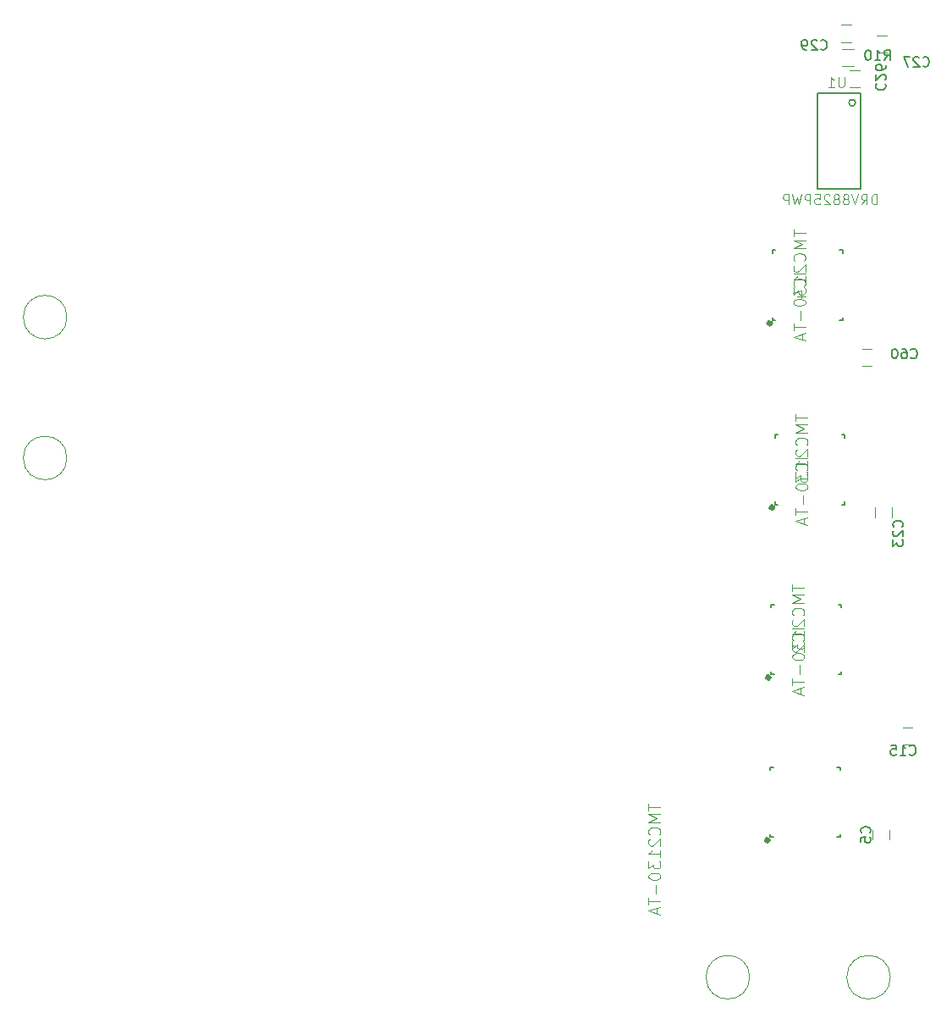
<source format=gbr>
%TF.GenerationSoftware,KiCad,Pcbnew,(5.0.0)*%
%TF.CreationDate,2018-08-10T17:36:06+10:00*%
%TF.ProjectId,MotorDriver,4D6F746F724472697665722E6B696361,rev?*%
%TF.SameCoordinates,Original*%
%TF.FileFunction,Legend,Bot*%
%TF.FilePolarity,Positive*%
%FSLAX46Y46*%
G04 Gerber Fmt 4.6, Leading zero omitted, Abs format (unit mm)*
G04 Created by KiCad (PCBNEW (5.0.0)) date 08/10/18 17:36:06*
%MOMM*%
%LPD*%
G01*
G04 APERTURE LIST*
%ADD10C,0.203200*%
%ADD11C,0.200000*%
%ADD12C,0.500000*%
%ADD13C,0.120000*%
%ADD14C,0.050000*%
%ADD15C,0.150000*%
G04 APERTURE END LIST*
D10*
X209890000Y-37610000D02*
X209890000Y-47210000D01*
X209890000Y-47210000D02*
X214190000Y-47210000D01*
X214190000Y-47210000D02*
X214190000Y-37610000D01*
X214190000Y-37610000D02*
X209890000Y-37610000D01*
X213665000Y-38585000D02*
G75*
G03X213665000Y-38585000I-325000J0D01*
G01*
D11*
X205135600Y-105008800D02*
X205435600Y-105008800D01*
X205135600Y-105308800D02*
X205135600Y-105008800D01*
X212135600Y-105008800D02*
X212135600Y-105308800D01*
X211835600Y-105008800D02*
X212135600Y-105008800D01*
X212135600Y-112008800D02*
X211835600Y-112008800D01*
X212135600Y-111708800D02*
X212135600Y-112008800D01*
X205135600Y-112008800D02*
X205135600Y-111708800D01*
X205435600Y-112008800D02*
X205135600Y-112008800D01*
D12*
X204935600Y-112308800D02*
G75*
G03X204935600Y-112308800I-100000J0D01*
G01*
D13*
X215400000Y-112250000D02*
X215400000Y-111250000D01*
X217100000Y-111250000D02*
X217100000Y-112250000D01*
X134768000Y-60016000D02*
G75*
G03X134768000Y-60016000I-2180000J0D01*
G01*
X134768000Y-74096000D02*
G75*
G03X134768000Y-74096000I-2180000J0D01*
G01*
D11*
X205250000Y-88750000D02*
X205550000Y-88750000D01*
X205250000Y-89050000D02*
X205250000Y-88750000D01*
X212250000Y-88750000D02*
X212250000Y-89050000D01*
X211950000Y-88750000D02*
X212250000Y-88750000D01*
X212250000Y-95750000D02*
X211950000Y-95750000D01*
X212250000Y-95450000D02*
X212250000Y-95750000D01*
X205250000Y-95750000D02*
X205250000Y-95450000D01*
X205550000Y-95750000D02*
X205250000Y-95750000D01*
D12*
X205050000Y-96050000D02*
G75*
G03X205050000Y-96050000I-100000J0D01*
G01*
D13*
X218384500Y-101004000D02*
X219384500Y-101004000D01*
X219384500Y-102704000D02*
X218384500Y-102704000D01*
X215621500Y-80065500D02*
X215621500Y-79065500D01*
X217321500Y-79065500D02*
X217321500Y-80065500D01*
X213090000Y-35330000D02*
X214090000Y-35330000D01*
X214090000Y-37030000D02*
X213090000Y-37030000D01*
X215781000Y-31890000D02*
X216781000Y-31890000D01*
X216781000Y-33590000D02*
X215781000Y-33590000D01*
X212250000Y-30810000D02*
X213250000Y-30810000D01*
X213250000Y-32510000D02*
X212250000Y-32510000D01*
X214320500Y-63158000D02*
X215320500Y-63158000D01*
X215320500Y-64858000D02*
X214320500Y-64858000D01*
D12*
X205400000Y-79050000D02*
G75*
G03X205400000Y-79050000I-100000J0D01*
G01*
D11*
X205900000Y-78750000D02*
X205600000Y-78750000D01*
X205600000Y-78750000D02*
X205600000Y-78450000D01*
X212600000Y-78450000D02*
X212600000Y-78750000D01*
X212600000Y-78750000D02*
X212300000Y-78750000D01*
X212300000Y-71750000D02*
X212600000Y-71750000D01*
X212600000Y-71750000D02*
X212600000Y-72050000D01*
X205600000Y-72050000D02*
X205600000Y-71750000D01*
X205600000Y-71750000D02*
X205900000Y-71750000D01*
D12*
X205175000Y-60625000D02*
G75*
G03X205175000Y-60625000I-100000J0D01*
G01*
D11*
X205675000Y-60325000D02*
X205375000Y-60325000D01*
X205375000Y-60325000D02*
X205375000Y-60025000D01*
X212375000Y-60025000D02*
X212375000Y-60325000D01*
X212375000Y-60325000D02*
X212075000Y-60325000D01*
X212075000Y-53325000D02*
X212375000Y-53325000D01*
X212375000Y-53325000D02*
X212375000Y-53625000D01*
X205375000Y-53625000D02*
X205375000Y-53325000D01*
X205375000Y-53325000D02*
X205675000Y-53325000D01*
D13*
X217160000Y-126000000D02*
G75*
G03X217160000Y-126000000I-2180000J0D01*
G01*
X203080000Y-126000000D02*
G75*
G03X203080000Y-126000000I-2180000J0D01*
G01*
X213490000Y-33200000D02*
X212290000Y-33200000D01*
X212290000Y-34960000D02*
X213490000Y-34960000D01*
D14*
X212537596Y-36018398D02*
X212537596Y-36829064D01*
X212489909Y-36924436D01*
X212442223Y-36972122D01*
X212346851Y-37019808D01*
X212156106Y-37019808D01*
X212060734Y-36972122D01*
X212013047Y-36924436D01*
X211965361Y-36829064D01*
X211965361Y-36018398D01*
X210963951Y-37019808D02*
X211536186Y-37019808D01*
X211250068Y-37019808D02*
X211250068Y-36018398D01*
X211345441Y-36161457D01*
X211440813Y-36256829D01*
X211536186Y-36304515D01*
X215819631Y-48749107D02*
X215819631Y-47745667D01*
X215580716Y-47745667D01*
X215437368Y-47793450D01*
X215341802Y-47889015D01*
X215294019Y-47984581D01*
X215246236Y-48175712D01*
X215246236Y-48319061D01*
X215294019Y-48510192D01*
X215341802Y-48605758D01*
X215437368Y-48701324D01*
X215580716Y-48749107D01*
X215819631Y-48749107D01*
X214242796Y-48749107D02*
X214577276Y-48271278D01*
X214816191Y-48749107D02*
X214816191Y-47745667D01*
X214433928Y-47745667D01*
X214338362Y-47793450D01*
X214290579Y-47841232D01*
X214242796Y-47936798D01*
X214242796Y-48080147D01*
X214290579Y-48175712D01*
X214338362Y-48223495D01*
X214433928Y-48271278D01*
X214816191Y-48271278D01*
X213956099Y-47745667D02*
X213621619Y-48749107D01*
X213287139Y-47745667D01*
X212809311Y-48175712D02*
X212904876Y-48127930D01*
X212952659Y-48080147D01*
X213000442Y-47984581D01*
X213000442Y-47936798D01*
X212952659Y-47841232D01*
X212904876Y-47793450D01*
X212809311Y-47745667D01*
X212618179Y-47745667D01*
X212522613Y-47793450D01*
X212474831Y-47841232D01*
X212427048Y-47936798D01*
X212427048Y-47984581D01*
X212474831Y-48080147D01*
X212522613Y-48127930D01*
X212618179Y-48175712D01*
X212809311Y-48175712D01*
X212904876Y-48223495D01*
X212952659Y-48271278D01*
X213000442Y-48366844D01*
X213000442Y-48557975D01*
X212952659Y-48653541D01*
X212904876Y-48701324D01*
X212809311Y-48749107D01*
X212618179Y-48749107D01*
X212522613Y-48701324D01*
X212474831Y-48653541D01*
X212427048Y-48557975D01*
X212427048Y-48366844D01*
X212474831Y-48271278D01*
X212522613Y-48223495D01*
X212618179Y-48175712D01*
X211853653Y-48175712D02*
X211949219Y-48127930D01*
X211997002Y-48080147D01*
X212044785Y-47984581D01*
X212044785Y-47936798D01*
X211997002Y-47841232D01*
X211949219Y-47793450D01*
X211853653Y-47745667D01*
X211662522Y-47745667D01*
X211566956Y-47793450D01*
X211519173Y-47841232D01*
X211471391Y-47936798D01*
X211471391Y-47984581D01*
X211519173Y-48080147D01*
X211566956Y-48127930D01*
X211662522Y-48175712D01*
X211853653Y-48175712D01*
X211949219Y-48223495D01*
X211997002Y-48271278D01*
X212044785Y-48366844D01*
X212044785Y-48557975D01*
X211997002Y-48653541D01*
X211949219Y-48701324D01*
X211853653Y-48749107D01*
X211662522Y-48749107D01*
X211566956Y-48701324D01*
X211519173Y-48653541D01*
X211471391Y-48557975D01*
X211471391Y-48366844D01*
X211519173Y-48271278D01*
X211566956Y-48223495D01*
X211662522Y-48175712D01*
X211089128Y-47841232D02*
X211041345Y-47793450D01*
X210945779Y-47745667D01*
X210706865Y-47745667D01*
X210611299Y-47793450D01*
X210563516Y-47841232D01*
X210515733Y-47936798D01*
X210515733Y-48032364D01*
X210563516Y-48175712D01*
X211136911Y-48749107D01*
X210515733Y-48749107D01*
X209607859Y-47745667D02*
X210085688Y-47745667D01*
X210133471Y-48223495D01*
X210085688Y-48175712D01*
X209990122Y-48127930D01*
X209751208Y-48127930D01*
X209655642Y-48175712D01*
X209607859Y-48223495D01*
X209560076Y-48319061D01*
X209560076Y-48557975D01*
X209607859Y-48653541D01*
X209655642Y-48701324D01*
X209751208Y-48749107D01*
X209990122Y-48749107D01*
X210085688Y-48701324D01*
X210133471Y-48653541D01*
X209130031Y-48749107D02*
X209130031Y-47745667D01*
X208747768Y-47745667D01*
X208652202Y-47793450D01*
X208604419Y-47841232D01*
X208556636Y-47936798D01*
X208556636Y-48080147D01*
X208604419Y-48175712D01*
X208652202Y-48223495D01*
X208747768Y-48271278D01*
X209130031Y-48271278D01*
X208222156Y-47745667D02*
X207983242Y-48749107D01*
X207792111Y-48032364D01*
X207600979Y-48749107D01*
X207362065Y-47745667D01*
X206979802Y-48749107D02*
X206979802Y-47745667D01*
X206597539Y-47745667D01*
X206501973Y-47793450D01*
X206454191Y-47841232D01*
X206406408Y-47936798D01*
X206406408Y-48080147D01*
X206454191Y-48175712D01*
X206501973Y-48223495D01*
X206597539Y-48271278D01*
X206979802Y-48271278D01*
X192950681Y-108647127D02*
X192950681Y-109323424D01*
X194134201Y-108985276D02*
X192950681Y-108985276D01*
X194134201Y-109717931D02*
X192950681Y-109717931D01*
X193796053Y-110112438D01*
X192950681Y-110506944D01*
X194134201Y-110506944D01*
X194021485Y-111746822D02*
X194077843Y-111690464D01*
X194134201Y-111521390D01*
X194134201Y-111408674D01*
X194077843Y-111239600D01*
X193965127Y-111126883D01*
X193852411Y-111070525D01*
X193626979Y-111014167D01*
X193457904Y-111014167D01*
X193232472Y-111070525D01*
X193119756Y-111126883D01*
X193007040Y-111239600D01*
X192950681Y-111408674D01*
X192950681Y-111521390D01*
X193007040Y-111690464D01*
X193063398Y-111746822D01*
X193063398Y-112197687D02*
X193007040Y-112254045D01*
X192950681Y-112366761D01*
X192950681Y-112648552D01*
X193007040Y-112761268D01*
X193063398Y-112817626D01*
X193176114Y-112873984D01*
X193288830Y-112873984D01*
X193457904Y-112817626D01*
X194134201Y-112141329D01*
X194134201Y-112873984D01*
X194134201Y-114001146D02*
X194134201Y-113324849D01*
X194134201Y-113662998D02*
X192950681Y-113662998D01*
X193119756Y-113550281D01*
X193232472Y-113437565D01*
X193288830Y-113324849D01*
X192950681Y-114395653D02*
X192950681Y-115128308D01*
X193401546Y-114733801D01*
X193401546Y-114902876D01*
X193457904Y-115015592D01*
X193514262Y-115071950D01*
X193626979Y-115128308D01*
X193908769Y-115128308D01*
X194021485Y-115071950D01*
X194077843Y-115015592D01*
X194134201Y-114902876D01*
X194134201Y-114564727D01*
X194077843Y-114452011D01*
X194021485Y-114395653D01*
X192950681Y-115860963D02*
X192950681Y-115973680D01*
X193007040Y-116086396D01*
X193063398Y-116142754D01*
X193176114Y-116199112D01*
X193401546Y-116255470D01*
X193683337Y-116255470D01*
X193908769Y-116199112D01*
X194021485Y-116142754D01*
X194077843Y-116086396D01*
X194134201Y-115973680D01*
X194134201Y-115860963D01*
X194077843Y-115748247D01*
X194021485Y-115691889D01*
X193908769Y-115635531D01*
X193683337Y-115579173D01*
X193401546Y-115579173D01*
X193176114Y-115635531D01*
X193063398Y-115691889D01*
X193007040Y-115748247D01*
X192950681Y-115860963D01*
X193683337Y-116762693D02*
X193683337Y-117664422D01*
X192950681Y-118058929D02*
X192950681Y-118735226D01*
X194134201Y-118397078D02*
X192950681Y-118397078D01*
X193796053Y-119073375D02*
X193796053Y-119636956D01*
X194134201Y-118960659D02*
X192950681Y-119355165D01*
X194134201Y-119749672D01*
D15*
X215107142Y-111583333D02*
X215154761Y-111535714D01*
X215202380Y-111392857D01*
X215202380Y-111297619D01*
X215154761Y-111154761D01*
X215059523Y-111059523D01*
X214964285Y-111011904D01*
X214773809Y-110964285D01*
X214630952Y-110964285D01*
X214440476Y-111011904D01*
X214345238Y-111059523D01*
X214250000Y-111154761D01*
X214202380Y-111297619D01*
X214202380Y-111392857D01*
X214250000Y-111535714D01*
X214297619Y-111583333D01*
X214202380Y-112488095D02*
X214202380Y-112011904D01*
X214678571Y-111964285D01*
X214630952Y-112011904D01*
X214583333Y-112107142D01*
X214583333Y-112345238D01*
X214630952Y-112440476D01*
X214678571Y-112488095D01*
X214773809Y-112535714D01*
X215011904Y-112535714D01*
X215107142Y-112488095D01*
X215154761Y-112440476D01*
X215202380Y-112345238D01*
X215202380Y-112107142D01*
X215154761Y-112011904D01*
X215107142Y-111964285D01*
D14*
X208533669Y-91106815D02*
X207349079Y-91106815D01*
X208420851Y-92347814D02*
X208477260Y-92291405D01*
X208533669Y-92122178D01*
X208533669Y-92009360D01*
X208477260Y-91840133D01*
X208364442Y-91727315D01*
X208251624Y-91670906D01*
X208025988Y-91614496D01*
X207856761Y-91614496D01*
X207631125Y-91670906D01*
X207518307Y-91727315D01*
X207405489Y-91840133D01*
X207349079Y-92009360D01*
X207349079Y-92122178D01*
X207405489Y-92291405D01*
X207461898Y-92347814D01*
X207461898Y-92799086D02*
X207405489Y-92855496D01*
X207349079Y-92968314D01*
X207349079Y-93250359D01*
X207405489Y-93363177D01*
X207461898Y-93419586D01*
X207574716Y-93475995D01*
X207687534Y-93475995D01*
X207856761Y-93419586D01*
X208533669Y-92742677D01*
X208533669Y-93475995D01*
X207350343Y-86698727D02*
X207350343Y-87375024D01*
X208533863Y-87036876D02*
X207350343Y-87036876D01*
X208533863Y-87769531D02*
X207350343Y-87769531D01*
X208195715Y-88164038D01*
X207350343Y-88558544D01*
X208533863Y-88558544D01*
X208421147Y-89798422D02*
X208477505Y-89742064D01*
X208533863Y-89572990D01*
X208533863Y-89460274D01*
X208477505Y-89291200D01*
X208364789Y-89178483D01*
X208252073Y-89122125D01*
X208026641Y-89065767D01*
X207857566Y-89065767D01*
X207632134Y-89122125D01*
X207519418Y-89178483D01*
X207406702Y-89291200D01*
X207350343Y-89460274D01*
X207350343Y-89572990D01*
X207406702Y-89742064D01*
X207463060Y-89798422D01*
X207463060Y-90249287D02*
X207406702Y-90305645D01*
X207350343Y-90418361D01*
X207350343Y-90700152D01*
X207406702Y-90812868D01*
X207463060Y-90869226D01*
X207575776Y-90925584D01*
X207688492Y-90925584D01*
X207857566Y-90869226D01*
X208533863Y-90192929D01*
X208533863Y-90925584D01*
X208533863Y-92052746D02*
X208533863Y-91376449D01*
X208533863Y-91714598D02*
X207350343Y-91714598D01*
X207519418Y-91601881D01*
X207632134Y-91489165D01*
X207688492Y-91376449D01*
X207350343Y-92447253D02*
X207350343Y-93179908D01*
X207801208Y-92785401D01*
X207801208Y-92954476D01*
X207857566Y-93067192D01*
X207913924Y-93123550D01*
X208026641Y-93179908D01*
X208308431Y-93179908D01*
X208421147Y-93123550D01*
X208477505Y-93067192D01*
X208533863Y-92954476D01*
X208533863Y-92616327D01*
X208477505Y-92503611D01*
X208421147Y-92447253D01*
X207350343Y-93912563D02*
X207350343Y-94025280D01*
X207406702Y-94137996D01*
X207463060Y-94194354D01*
X207575776Y-94250712D01*
X207801208Y-94307070D01*
X208082999Y-94307070D01*
X208308431Y-94250712D01*
X208421147Y-94194354D01*
X208477505Y-94137996D01*
X208533863Y-94025280D01*
X208533863Y-93912563D01*
X208477505Y-93799847D01*
X208421147Y-93743489D01*
X208308431Y-93687131D01*
X208082999Y-93630773D01*
X207801208Y-93630773D01*
X207575776Y-93687131D01*
X207463060Y-93743489D01*
X207406702Y-93799847D01*
X207350343Y-93912563D01*
X208082999Y-94814293D02*
X208082999Y-95716022D01*
X207350343Y-96110529D02*
X207350343Y-96786826D01*
X208533863Y-96448678D02*
X207350343Y-96448678D01*
X208195715Y-97124975D02*
X208195715Y-97688556D01*
X208533863Y-97012259D02*
X207350343Y-97406765D01*
X208533863Y-97801272D01*
D15*
X219079357Y-103711142D02*
X219126976Y-103758761D01*
X219269833Y-103806380D01*
X219365071Y-103806380D01*
X219507928Y-103758761D01*
X219603166Y-103663523D01*
X219650785Y-103568285D01*
X219698404Y-103377809D01*
X219698404Y-103234952D01*
X219650785Y-103044476D01*
X219603166Y-102949238D01*
X219507928Y-102854000D01*
X219365071Y-102806380D01*
X219269833Y-102806380D01*
X219126976Y-102854000D01*
X219079357Y-102901619D01*
X218126976Y-103806380D02*
X218698404Y-103806380D01*
X218412690Y-103806380D02*
X218412690Y-102806380D01*
X218507928Y-102949238D01*
X218603166Y-103044476D01*
X218698404Y-103092095D01*
X217222214Y-102806380D02*
X217698404Y-102806380D01*
X217746023Y-103282571D01*
X217698404Y-103234952D01*
X217603166Y-103187333D01*
X217365071Y-103187333D01*
X217269833Y-103234952D01*
X217222214Y-103282571D01*
X217174595Y-103377809D01*
X217174595Y-103615904D01*
X217222214Y-103711142D01*
X217269833Y-103758761D01*
X217365071Y-103806380D01*
X217603166Y-103806380D01*
X217698404Y-103758761D01*
X217746023Y-103711142D01*
X218328642Y-80983642D02*
X218376261Y-80936023D01*
X218423880Y-80793166D01*
X218423880Y-80697928D01*
X218376261Y-80555071D01*
X218281023Y-80459833D01*
X218185785Y-80412214D01*
X217995309Y-80364595D01*
X217852452Y-80364595D01*
X217661976Y-80412214D01*
X217566738Y-80459833D01*
X217471500Y-80555071D01*
X217423880Y-80697928D01*
X217423880Y-80793166D01*
X217471500Y-80936023D01*
X217519119Y-80983642D01*
X217519119Y-81364595D02*
X217471500Y-81412214D01*
X217423880Y-81507452D01*
X217423880Y-81745547D01*
X217471500Y-81840785D01*
X217519119Y-81888404D01*
X217614357Y-81936023D01*
X217709595Y-81936023D01*
X217852452Y-81888404D01*
X218423880Y-81316976D01*
X218423880Y-81936023D01*
X217423880Y-82269357D02*
X217423880Y-82888404D01*
X217804833Y-82555071D01*
X217804833Y-82697928D01*
X217852452Y-82793166D01*
X217900071Y-82840785D01*
X217995309Y-82888404D01*
X218233404Y-82888404D01*
X218328642Y-82840785D01*
X218376261Y-82793166D01*
X218423880Y-82697928D01*
X218423880Y-82412214D01*
X218376261Y-82316976D01*
X218328642Y-82269357D01*
X215796857Y-36680857D02*
X215749238Y-36728476D01*
X215701619Y-36871333D01*
X215701619Y-36966571D01*
X215749238Y-37109428D01*
X215844476Y-37204666D01*
X215939714Y-37252285D01*
X216130190Y-37299904D01*
X216273047Y-37299904D01*
X216463523Y-37252285D01*
X216558761Y-37204666D01*
X216654000Y-37109428D01*
X216701619Y-36966571D01*
X216701619Y-36871333D01*
X216654000Y-36728476D01*
X216606380Y-36680857D01*
X216606380Y-36299904D02*
X216654000Y-36252285D01*
X216701619Y-36157047D01*
X216701619Y-35918952D01*
X216654000Y-35823714D01*
X216606380Y-35776095D01*
X216511142Y-35728476D01*
X216415904Y-35728476D01*
X216273047Y-35776095D01*
X215701619Y-36347523D01*
X215701619Y-35728476D01*
X216701619Y-34871333D02*
X216701619Y-35061809D01*
X216654000Y-35157047D01*
X216606380Y-35204666D01*
X216463523Y-35299904D01*
X216273047Y-35347523D01*
X215892095Y-35347523D01*
X215796857Y-35299904D01*
X215749238Y-35252285D01*
X215701619Y-35157047D01*
X215701619Y-34966571D01*
X215749238Y-34871333D01*
X215796857Y-34823714D01*
X215892095Y-34776095D01*
X216130190Y-34776095D01*
X216225428Y-34823714D01*
X216273047Y-34871333D01*
X216320666Y-34966571D01*
X216320666Y-35157047D01*
X216273047Y-35252285D01*
X216225428Y-35299904D01*
X216130190Y-35347523D01*
X220414357Y-34912642D02*
X220461976Y-34960261D01*
X220604833Y-35007880D01*
X220700071Y-35007880D01*
X220842928Y-34960261D01*
X220938166Y-34865023D01*
X220985785Y-34769785D01*
X221033404Y-34579309D01*
X221033404Y-34436452D01*
X220985785Y-34245976D01*
X220938166Y-34150738D01*
X220842928Y-34055500D01*
X220700071Y-34007880D01*
X220604833Y-34007880D01*
X220461976Y-34055500D01*
X220414357Y-34103119D01*
X220033404Y-34103119D02*
X219985785Y-34055500D01*
X219890547Y-34007880D01*
X219652452Y-34007880D01*
X219557214Y-34055500D01*
X219509595Y-34103119D01*
X219461976Y-34198357D01*
X219461976Y-34293595D01*
X219509595Y-34436452D01*
X220081023Y-35007880D01*
X219461976Y-35007880D01*
X219128642Y-34007880D02*
X218461976Y-34007880D01*
X218890547Y-35007880D01*
X210192857Y-33197142D02*
X210240476Y-33244761D01*
X210383333Y-33292380D01*
X210478571Y-33292380D01*
X210621428Y-33244761D01*
X210716666Y-33149523D01*
X210764285Y-33054285D01*
X210811904Y-32863809D01*
X210811904Y-32720952D01*
X210764285Y-32530476D01*
X210716666Y-32435238D01*
X210621428Y-32340000D01*
X210478571Y-32292380D01*
X210383333Y-32292380D01*
X210240476Y-32340000D01*
X210192857Y-32387619D01*
X209811904Y-32387619D02*
X209764285Y-32340000D01*
X209669047Y-32292380D01*
X209430952Y-32292380D01*
X209335714Y-32340000D01*
X209288095Y-32387619D01*
X209240476Y-32482857D01*
X209240476Y-32578095D01*
X209288095Y-32720952D01*
X209859523Y-33292380D01*
X209240476Y-33292380D01*
X208764285Y-33292380D02*
X208573809Y-33292380D01*
X208478571Y-33244761D01*
X208430952Y-33197142D01*
X208335714Y-33054285D01*
X208288095Y-32863809D01*
X208288095Y-32482857D01*
X208335714Y-32387619D01*
X208383333Y-32340000D01*
X208478571Y-32292380D01*
X208669047Y-32292380D01*
X208764285Y-32340000D01*
X208811904Y-32387619D01*
X208859523Y-32482857D01*
X208859523Y-32720952D01*
X208811904Y-32816190D01*
X208764285Y-32863809D01*
X208669047Y-32911428D01*
X208478571Y-32911428D01*
X208383333Y-32863809D01*
X208335714Y-32816190D01*
X208288095Y-32720952D01*
X219207357Y-64071142D02*
X219254976Y-64118761D01*
X219397833Y-64166380D01*
X219493071Y-64166380D01*
X219635928Y-64118761D01*
X219731166Y-64023523D01*
X219778785Y-63928285D01*
X219826404Y-63737809D01*
X219826404Y-63594952D01*
X219778785Y-63404476D01*
X219731166Y-63309238D01*
X219635928Y-63214000D01*
X219493071Y-63166380D01*
X219397833Y-63166380D01*
X219254976Y-63214000D01*
X219207357Y-63261619D01*
X218350214Y-63166380D02*
X218540690Y-63166380D01*
X218635928Y-63214000D01*
X218683547Y-63261619D01*
X218778785Y-63404476D01*
X218826404Y-63594952D01*
X218826404Y-63975904D01*
X218778785Y-64071142D01*
X218731166Y-64118761D01*
X218635928Y-64166380D01*
X218445452Y-64166380D01*
X218350214Y-64118761D01*
X218302595Y-64071142D01*
X218254976Y-63975904D01*
X218254976Y-63737809D01*
X218302595Y-63642571D01*
X218350214Y-63594952D01*
X218445452Y-63547333D01*
X218635928Y-63547333D01*
X218731166Y-63594952D01*
X218778785Y-63642571D01*
X218826404Y-63737809D01*
X217635928Y-63166380D02*
X217540690Y-63166380D01*
X217445452Y-63214000D01*
X217397833Y-63261619D01*
X217350214Y-63356857D01*
X217302595Y-63547333D01*
X217302595Y-63785428D01*
X217350214Y-63975904D01*
X217397833Y-64071142D01*
X217445452Y-64118761D01*
X217540690Y-64166380D01*
X217635928Y-64166380D01*
X217731166Y-64118761D01*
X217778785Y-64071142D01*
X217826404Y-63975904D01*
X217874023Y-63785428D01*
X217874023Y-63547333D01*
X217826404Y-63356857D01*
X217778785Y-63261619D01*
X217731166Y-63214000D01*
X217635928Y-63166380D01*
D14*
X208883669Y-74093614D02*
X207699079Y-74093614D01*
X208770851Y-75334613D02*
X208827260Y-75278204D01*
X208883669Y-75108977D01*
X208883669Y-74996159D01*
X208827260Y-74826932D01*
X208714442Y-74714114D01*
X208601624Y-74657705D01*
X208375988Y-74601295D01*
X208206761Y-74601295D01*
X207981125Y-74657705D01*
X207868307Y-74714114D01*
X207755489Y-74826932D01*
X207699079Y-74996159D01*
X207699079Y-75108977D01*
X207755489Y-75278204D01*
X207811898Y-75334613D01*
X207699079Y-75729476D02*
X207699079Y-76462794D01*
X208150352Y-76067931D01*
X208150352Y-76237158D01*
X208206761Y-76349976D01*
X208263170Y-76406385D01*
X208375988Y-76462794D01*
X208658033Y-76462794D01*
X208770851Y-76406385D01*
X208827260Y-76349976D01*
X208883669Y-76237158D01*
X208883669Y-75898704D01*
X208827260Y-75785885D01*
X208770851Y-75729476D01*
X207700343Y-69698727D02*
X207700343Y-70375024D01*
X208883863Y-70036876D02*
X207700343Y-70036876D01*
X208883863Y-70769531D02*
X207700343Y-70769531D01*
X208545715Y-71164038D01*
X207700343Y-71558544D01*
X208883863Y-71558544D01*
X208771147Y-72798422D02*
X208827505Y-72742064D01*
X208883863Y-72572990D01*
X208883863Y-72460274D01*
X208827505Y-72291200D01*
X208714789Y-72178483D01*
X208602073Y-72122125D01*
X208376641Y-72065767D01*
X208207566Y-72065767D01*
X207982134Y-72122125D01*
X207869418Y-72178483D01*
X207756702Y-72291200D01*
X207700343Y-72460274D01*
X207700343Y-72572990D01*
X207756702Y-72742064D01*
X207813060Y-72798422D01*
X207813060Y-73249287D02*
X207756702Y-73305645D01*
X207700343Y-73418361D01*
X207700343Y-73700152D01*
X207756702Y-73812868D01*
X207813060Y-73869226D01*
X207925776Y-73925584D01*
X208038492Y-73925584D01*
X208207566Y-73869226D01*
X208883863Y-73192929D01*
X208883863Y-73925584D01*
X208883863Y-75052746D02*
X208883863Y-74376449D01*
X208883863Y-74714598D02*
X207700343Y-74714598D01*
X207869418Y-74601881D01*
X207982134Y-74489165D01*
X208038492Y-74376449D01*
X207700343Y-75447253D02*
X207700343Y-76179908D01*
X208151208Y-75785401D01*
X208151208Y-75954476D01*
X208207566Y-76067192D01*
X208263924Y-76123550D01*
X208376641Y-76179908D01*
X208658431Y-76179908D01*
X208771147Y-76123550D01*
X208827505Y-76067192D01*
X208883863Y-75954476D01*
X208883863Y-75616327D01*
X208827505Y-75503611D01*
X208771147Y-75447253D01*
X207700343Y-76912563D02*
X207700343Y-77025280D01*
X207756702Y-77137996D01*
X207813060Y-77194354D01*
X207925776Y-77250712D01*
X208151208Y-77307070D01*
X208432999Y-77307070D01*
X208658431Y-77250712D01*
X208771147Y-77194354D01*
X208827505Y-77137996D01*
X208883863Y-77025280D01*
X208883863Y-76912563D01*
X208827505Y-76799847D01*
X208771147Y-76743489D01*
X208658431Y-76687131D01*
X208432999Y-76630773D01*
X208151208Y-76630773D01*
X207925776Y-76687131D01*
X207813060Y-76743489D01*
X207756702Y-76799847D01*
X207700343Y-76912563D01*
X208432999Y-77814293D02*
X208432999Y-78716022D01*
X207700343Y-79110529D02*
X207700343Y-79786826D01*
X208883863Y-79448678D02*
X207700343Y-79448678D01*
X208545715Y-80124975D02*
X208545715Y-80688556D01*
X208883863Y-80012259D02*
X207700343Y-80406765D01*
X208883863Y-80801272D01*
X208658669Y-55668614D02*
X207474079Y-55668614D01*
X208545851Y-56909613D02*
X208602260Y-56853204D01*
X208658669Y-56683977D01*
X208658669Y-56571159D01*
X208602260Y-56401932D01*
X208489442Y-56289114D01*
X208376624Y-56232705D01*
X208150988Y-56176295D01*
X207981761Y-56176295D01*
X207756125Y-56232705D01*
X207643307Y-56289114D01*
X207530489Y-56401932D01*
X207474079Y-56571159D01*
X207474079Y-56683977D01*
X207530489Y-56853204D01*
X207586898Y-56909613D01*
X207868943Y-57924976D02*
X208658669Y-57924976D01*
X207417670Y-57642931D02*
X208263806Y-57360885D01*
X208263806Y-58094203D01*
X207475343Y-51273727D02*
X207475343Y-51950024D01*
X208658863Y-51611876D02*
X207475343Y-51611876D01*
X208658863Y-52344531D02*
X207475343Y-52344531D01*
X208320715Y-52739038D01*
X207475343Y-53133544D01*
X208658863Y-53133544D01*
X208546147Y-54373422D02*
X208602505Y-54317064D01*
X208658863Y-54147990D01*
X208658863Y-54035274D01*
X208602505Y-53866200D01*
X208489789Y-53753483D01*
X208377073Y-53697125D01*
X208151641Y-53640767D01*
X207982566Y-53640767D01*
X207757134Y-53697125D01*
X207644418Y-53753483D01*
X207531702Y-53866200D01*
X207475343Y-54035274D01*
X207475343Y-54147990D01*
X207531702Y-54317064D01*
X207588060Y-54373422D01*
X207588060Y-54824287D02*
X207531702Y-54880645D01*
X207475343Y-54993361D01*
X207475343Y-55275152D01*
X207531702Y-55387868D01*
X207588060Y-55444226D01*
X207700776Y-55500584D01*
X207813492Y-55500584D01*
X207982566Y-55444226D01*
X208658863Y-54767929D01*
X208658863Y-55500584D01*
X208658863Y-56627746D02*
X208658863Y-55951449D01*
X208658863Y-56289598D02*
X207475343Y-56289598D01*
X207644418Y-56176881D01*
X207757134Y-56064165D01*
X207813492Y-55951449D01*
X207475343Y-57022253D02*
X207475343Y-57754908D01*
X207926208Y-57360401D01*
X207926208Y-57529476D01*
X207982566Y-57642192D01*
X208038924Y-57698550D01*
X208151641Y-57754908D01*
X208433431Y-57754908D01*
X208546147Y-57698550D01*
X208602505Y-57642192D01*
X208658863Y-57529476D01*
X208658863Y-57191327D01*
X208602505Y-57078611D01*
X208546147Y-57022253D01*
X207475343Y-58487563D02*
X207475343Y-58600280D01*
X207531702Y-58712996D01*
X207588060Y-58769354D01*
X207700776Y-58825712D01*
X207926208Y-58882070D01*
X208207999Y-58882070D01*
X208433431Y-58825712D01*
X208546147Y-58769354D01*
X208602505Y-58712996D01*
X208658863Y-58600280D01*
X208658863Y-58487563D01*
X208602505Y-58374847D01*
X208546147Y-58318489D01*
X208433431Y-58262131D01*
X208207999Y-58205773D01*
X207926208Y-58205773D01*
X207700776Y-58262131D01*
X207588060Y-58318489D01*
X207531702Y-58374847D01*
X207475343Y-58487563D01*
X208207999Y-59389293D02*
X208207999Y-60291022D01*
X207475343Y-60685529D02*
X207475343Y-61361826D01*
X208658863Y-61023678D02*
X207475343Y-61023678D01*
X208320715Y-61699975D02*
X208320715Y-62263556D01*
X208658863Y-61587259D02*
X207475343Y-61981765D01*
X208658863Y-62376272D01*
D15*
X216542857Y-34322380D02*
X216876190Y-33846190D01*
X217114285Y-34322380D02*
X217114285Y-33322380D01*
X216733333Y-33322380D01*
X216638095Y-33370000D01*
X216590476Y-33417619D01*
X216542857Y-33512857D01*
X216542857Y-33655714D01*
X216590476Y-33750952D01*
X216638095Y-33798571D01*
X216733333Y-33846190D01*
X217114285Y-33846190D01*
X215590476Y-34322380D02*
X216161904Y-34322380D01*
X215876190Y-34322380D02*
X215876190Y-33322380D01*
X215971428Y-33465238D01*
X216066666Y-33560476D01*
X216161904Y-33608095D01*
X214971428Y-33322380D02*
X214876190Y-33322380D01*
X214780952Y-33370000D01*
X214733333Y-33417619D01*
X214685714Y-33512857D01*
X214638095Y-33703333D01*
X214638095Y-33941428D01*
X214685714Y-34131904D01*
X214733333Y-34227142D01*
X214780952Y-34274761D01*
X214876190Y-34322380D01*
X214971428Y-34322380D01*
X215066666Y-34274761D01*
X215114285Y-34227142D01*
X215161904Y-34131904D01*
X215209523Y-33941428D01*
X215209523Y-33703333D01*
X215161904Y-33512857D01*
X215114285Y-33417619D01*
X215066666Y-33370000D01*
X214971428Y-33322380D01*
M02*

</source>
